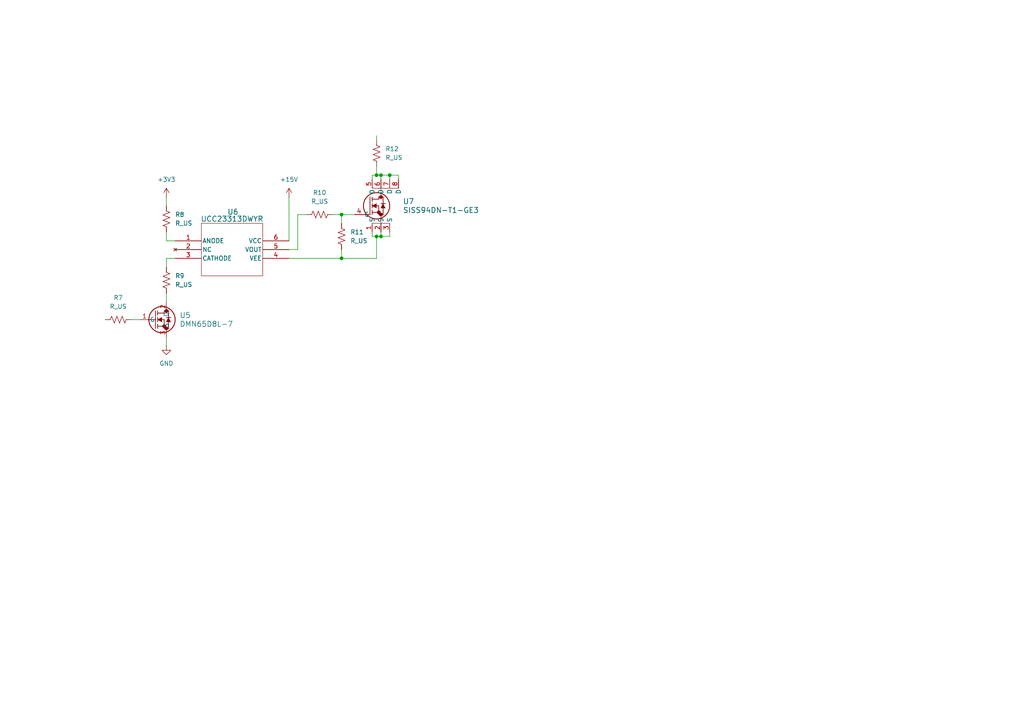
<source format=kicad_sch>
(kicad_sch (version 20231120) (generator "eeschema") (generator_version "8.0")
  (paper "A4")
  (title_block (date "2024-09-17") (rev "0") (company "University of Wisconsin-Platteville"))
  (lib_symbols
    (symbol "Device:R_US" (pin_numbers hide) (pin_names (offset 0))
      (property "Reference" "R" (at 2.54 0 90))
      (property "Value" "R_US" (at -2.54 0 90))
      (symbol "R_US_0_1"
        (polyline (pts (xy 0 -2.286) (xy 0 -2.54)))
        (polyline (pts (xy 0 2.286) (xy 0 2.54)))
        (polyline (pts (xy 0 -0.762) (xy 1.016 -1.143) (xy 0 -1.524) (xy -1.016 -1.905) (xy 0 -2.286)))
        (polyline (pts (xy 0 0.762) (xy 1.016 0.381) (xy 0 0) (xy -1.016 -0.381) (xy 0 -0.762)))
        (polyline (pts (xy 0 2.286) (xy 1.016 1.905) (xy 0 1.524) (xy -1.016 1.143) (xy 0 0.762)))
      )
      (symbol "R_US_1_1"
        (pin passive line (at 0 3.81 270) (length 1.27) (name "~") (number "1"))
        (pin passive line (at 0 -3.81 90) (length 1.27) (name "~") (number "2"))
      )
    )
    (symbol "Gate Driver:UCC23313DWYR" (pin_names (offset 0.254))
      (property "Reference" "U3" (at 16.764 8.382 0))
      (property "Value" "UCC23313DWYR" (at 16.51 6.35 0))
      (symbol "UCC23313DWYR_0_1"
        (polyline (pts (xy 7.62 -10.16) (xy 25.4 -10.16)) (stroke (width 0.127)))
        (polyline (pts (xy 7.62 5.08) (xy 7.62 -10.16)) (stroke (width 0.127)))
        (polyline (pts (xy 25.4 -10.16) (xy 25.4 5.08)) (stroke (width 0.127)))
        (polyline (pts (xy 25.4 5.08) (xy 7.62 5.08)) (stroke (width 0.127)))
        (pin input line (at 0 0 0) (length 7.62) (name "ANODE") (number "1"))
        (pin no_connect line (at 0 -2.54 0) (length 7.62) (name "NC") (number "2"))
        (pin input line (at 0 -5.08 0) (length 7.62) (name "CATHODE") (number "3"))
        (pin power_in line (at 33.02 -5.08 180) (length 7.62) (name "VEE") (number "4"))
        (pin power_in line (at 33.02 -2.54 180) (length 7.62) (name "VOUT") (number "5"))
        (pin power_in line (at 33.02 0 180) (length 7.62) (name "VCC") (number "6"))
      )
    )
    (symbol "Mosfet:SISS94DN-T1-GE3" (pin_names (offset 0.254))
      (property "Reference" "U" (at 11.43 4.445 0))
      (property "Value" "SISS94DN-T1-GE3" (at 11.43 0 0))
      (symbol "SISS94DN-T1-GE3_0_1"
        (polyline (pts (xy 2.54 0) (xy 4.445 0)) (stroke (width 0.2032)))
        (polyline (pts (xy 4.445 0) (xy 4.445 5.08)) (stroke (width 0.2032)))
        (polyline (pts (xy 5.08 -2.54) (xy 10.16 -2.54)) (stroke (width 0.127)))
        (polyline (pts (xy 5.08 0) (xy 5.08 1.27)) (stroke (width 0.2032)))
        (polyline (pts (xy 5.08 0.635) (xy 6.985 0.635)) (stroke (width 0.2032)))
        (polyline (pts (xy 5.08 1.905) (xy 5.08 3.175)) (stroke (width 0.2032)))
        (polyline (pts (xy 5.08 3.81) (xy 5.08 5.08)) (stroke (width 0.2032)))
        (polyline (pts (xy 5.08 4.445) (xy 6.985 4.445)) (stroke (width 0.2032)))
        (polyline (pts (xy 5.08 7.62) (xy 12.7 7.62)) (stroke (width 0.127)))
        (polyline (pts (xy 6.35 2.54) (xy 6.985 2.54)) (stroke (width 0.2032)))
        (polyline (pts (xy 6.985 0) (xy 6.985 2.54)) (stroke (width 0.2032)))
        (polyline (pts (xy 6.985 0) (xy 8.255 0)) (stroke (width 0.2032)))
        (polyline (pts (xy 6.985 4.445) (xy 6.985 5.08)) (stroke (width 0.2032)))
        (polyline (pts (xy 6.985 5.08) (xy 8.255 5.08)) (stroke (width 0.2032)))
        (polyline (pts (xy 7.62 -2.54) (xy 7.6454 0)) (stroke (width 0.127)))
        (polyline (pts (xy 7.62 7.62) (xy 7.62 5.08)) (stroke (width 0.127)))
        (polyline (pts (xy 8.255 0) (xy 8.255 1.905)) (stroke (width 0.2032)))
        (polyline (pts (xy 8.255 3.175) (xy 8.255 5.08)) (stroke (width 0.2032)))
        (polyline (pts (xy 8.89 3.175) (xy 7.62 3.175)) (stroke (width 0.2032)))
        (polyline (pts (xy 6.35 3.175) (xy 5.08 2.54) (xy 6.35 1.905)) (fill (type outline)))
        (polyline (pts (xy 8.89 1.905) (xy 7.62 1.905) (xy 8.255 3.175)) (fill (type outline)))
        (circle (center 6.35 2.54) (radius 3.81) (stroke (width 0.254)))
        (circle (center 6.985 0.635) (radius 0.0254) (stroke (width 0.508)))
        (circle (center 7.62 0) (radius 0.0254) (stroke (width 0.508)))
        (circle (center 7.62 5.08) (radius 0.0254) (stroke (width 0.508)))
        (pin unspecified line (at 5.08 -5.08 90) (length 2.54) (name "S") (number "1"))
        (pin unspecified line (at 7.62 -5.08 90) (length 2.54) (name "S") (number "2"))
        (pin unspecified line (at 10.16 -5.08 90) (length 2.54) (name "S") (number "3"))
        (pin unspecified line (at 0 0 0) (length 2.54) (name "G") (number "4"))
        (pin unspecified line (at 5.08 10.16 270) (length 2.54) (name "D") (number "5"))
        (pin unspecified line (at 7.62 10.16 270) (length 2.54) (name "D") (number "6"))
        (pin unspecified line (at 10.16 10.16 270) (length 2.54) (name "D") (number "7"))
        (pin unspecified line (at 12.7 10.16 270) (length 2.54) (name "D") (number "8"))
      )
    )
    (symbol "Small Mosfet:DMN65D8L-7" (pin_names (offset 0.254))
      (property "Reference" "U" (at 11.43 1.905 0))
      (property "Value" "DMN65D8L-7" (at 11.43 -2.54 0))
      (symbol "DMN65D8L-7_0_1"
        (polyline (pts (xy 2.54 0) (xy 4.445 0)) (stroke (width 0.2032)))
        (polyline (pts (xy 4.445 -2.54) (xy 4.445 2.54)) (stroke (width 0.2032)))
        (polyline (pts (xy 5.08 -2.54) (xy 5.08 -1.27)) (stroke (width 0.2032)))
        (polyline (pts (xy 5.08 -1.905) (xy 6.985 -1.905)) (stroke (width 0.2032)))
        (polyline (pts (xy 5.08 -0.635) (xy 5.08 0.635)) (stroke (width 0.2032)))
        (polyline (pts (xy 5.08 1.27) (xy 5.08 2.54)) (stroke (width 0.2032)))
        (polyline (pts (xy 5.08 1.905) (xy 6.985 1.905)) (stroke (width 0.2032)))
        (polyline (pts (xy 6.35 0) (xy 6.985 0)) (stroke (width 0.2032)))
        (polyline (pts (xy 6.985 -2.54) (xy 6.985 0)) (stroke (width 0.2032)))
        (polyline (pts (xy 6.985 -2.54) (xy 8.255 -2.54)) (stroke (width 0.2032)))
        (polyline (pts (xy 6.985 1.905) (xy 6.985 2.54)) (stroke (width 0.2032)))
        (polyline (pts (xy 6.985 2.54) (xy 8.255 2.54)) (stroke (width 0.2032)))
        (polyline (pts (xy 8.255 -2.54) (xy 8.255 -0.635)) (stroke (width 0.2032)))
        (polyline (pts (xy 8.255 0.635) (xy 8.255 2.54)) (stroke (width 0.2032)))
        (polyline (pts (xy 8.89 0.635) (xy 7.62 0.635)) (stroke (width 0.2032)))
        (polyline (pts (xy 6.35 0.635) (xy 5.08 0) (xy 6.35 -0.635)) (fill (type outline)))
        (polyline (pts (xy 8.89 -0.635) (xy 7.62 -0.635) (xy 8.255 0.635)) (fill (type outline)))
        (circle (center 6.35 0) (radius 3.81) (stroke (width 0.254)))
        (circle (center 6.985 -1.905) (radius 0.0254) (stroke (width 0.508)))
        (circle (center 7.62 -2.54) (radius 0.0254) (stroke (width 0.508)))
        (circle (center 7.62 2.54) (radius 0.0254) (stroke (width 0.508)))
        (pin power_out line (at 0 0 0) (length 2.54) (name "G") (number "1"))
        (pin unspecified line (at 7.62 5.08 270) (length 2.54) (name "D") (number "2"))
        (pin power_in line (at 7.62 -5.08 90) (length 2.54) (name "S") (number "3"))
      )
    )
    (symbol "power:+15V" (power) (pin_numbers hide) (pin_names (offset 0) hide)
      (property "Value" "+15V" (at 0 3.556 0))
      (symbol "+15V_0_1"
        (polyline (pts (xy -0.762 1.27) (xy 0 2.54)))
        (polyline (pts (xy 0 0) (xy 0 2.54)))
        (polyline (pts (xy 0 2.54) (xy 0.762 1.27)))
      )
      (symbol "+15V_1_1"
        (pin power_in line (at 0 0 90) (length 0) (name "~") (number "1"))
      )
    )
    (symbol "power:+3V3" (power) (pin_numbers hide) (pin_names (offset 0) hide)
      (property "Value" "+3V3" (at 0 3.556 0))
      (symbol "+3V3_0_1"
        (polyline (pts (xy -0.762 1.27) (xy 0 2.54)))
        (polyline (pts (xy 0 0) (xy 0 2.54)))
        (polyline (pts (xy 0 2.54) (xy 0.762 1.27)))
      )
      (symbol "+3V3_1_1"
        (pin power_in line (at 0 0 90) (length 0) (name "~") (number "1"))
      )
    )
    (symbol "power:GND" (power) (pin_numbers hide) (pin_names (offset 0) hide)
      (property "Value" "GND" (at 0 -3.81 0))
      (symbol "GND_0_1"
        (polyline (pts (xy 0 0) (xy 0 -1.27) (xy 1.27 -1.27) (xy 0 -2.54) (xy -1.27 -1.27) (xy 0 -1.27)))
      )
      (symbol "GND_1_1"
        (pin power_in line (at 0 0 270) (length 0) (name "~") (number "1"))
      )
    )
  )
  (junction (at 113.03 50.8))
  (junction (at 110.49 68.58))
  (junction (at 99.06 62.23))
  (junction (at 109.22 50.8))
  (junction (at 99.06 74.93))
  (junction (at 109.22 68.58))
  (junction (at 110.49 50.8))
  (wire (pts (xy 99.06 62.23) (xy 99.06 64.77)))
  (wire (pts (xy 86.36 72.39) (xy 83.82 72.39)))
  (wire (pts (xy 113.03 68.58) (xy 110.49 68.58)))
  (wire (pts (xy 107.95 67.31) (xy 107.95 68.58)))
  (wire (pts (xy 109.22 48.26) (xy 109.22 50.8)))
  (wire (pts (xy 86.36 62.23) (xy 86.36 72.39)))
  (wire (pts (xy 110.49 50.8) (xy 113.03 50.8)))
  (wire (pts (xy 48.26 97.79) (xy 48.26 100.33)))
  (wire (pts (xy 109.22 39.37) (xy 109.22 40.64)))
  (wire (pts (xy 107.95 50.8) (xy 109.22 50.8)))
  (wire (pts (xy 115.57 50.8) (xy 113.03 50.8)))
  (wire (pts (xy 48.26 57.15) (xy 48.26 59.69)))
  (wire (pts (xy 50.8 74.93) (xy 48.26 74.93)))
  (wire (pts (xy 48.26 74.93) (xy 48.26 77.47)))
  (wire (pts (xy 107.95 52.07) (xy 107.95 50.8)))
  (wire (pts (xy 48.26 85.09) (xy 48.26 87.63)))
  (wire (pts (xy 83.82 57.15) (xy 83.82 69.85)))
  (wire (pts (xy 110.49 68.58) (xy 109.22 68.58)))
  (wire (pts (xy 107.95 68.58) (xy 109.22 68.58)))
  (wire (pts (xy 109.22 50.8) (xy 110.49 50.8)))
  (wire (pts (xy 99.06 74.93) (xy 109.22 74.93)))
  (wire (pts (xy 113.03 67.31) (xy 113.03 68.58)))
  (wire (pts (xy 86.36 62.23) (xy 88.9 62.23)))
  (wire (pts (xy 48.26 69.85) (xy 50.8 69.85)))
  (wire (pts (xy 38.1 92.71) (xy 40.64 92.71)))
  (wire (pts (xy 99.06 72.39) (xy 99.06 74.93)))
  (wire (pts (xy 113.03 50.8) (xy 113.03 52.07)))
  (wire (pts (xy 96.52 62.23) (xy 99.06 62.23)))
  (wire (pts (xy 109.22 68.58) (xy 109.22 74.93)))
  (wire (pts (xy 83.82 74.93) (xy 99.06 74.93)))
  (wire (pts (xy 48.26 67.31) (xy 48.26 69.85)))
  (wire (pts (xy 110.49 68.58) (xy 110.49 67.31)))
  (wire (pts (xy 99.06 62.23) (xy 102.87 62.23)))
  (wire (pts (xy 110.49 50.8) (xy 110.49 52.07)))
  (wire (pts (xy 115.57 50.8) (xy 115.57 52.07)))
  (symbol (lib_id "Small Mosfet:DMN65D8L-7") (at 40.64 92.71 0) (unit 1)
    (property "Reference" "U5" (at 52.07 91.4399 0) (effects (font (size 1.524 1.524)) (justify left)))
    (property "Value" "DMN65D8L-7" (at 52.07 93.9799 0) (effects (font (size 1.524 1.524)) (justify left)))
    (property "Footprint" "Small Mosfet:SOT-23_2P9X1P3_DIO" (effects (hide yes)))
    (property "Datasheet" "DMN65D8L-7" (effects (hide yes)))
  )
  (symbol (lib_id "Device:R_US") (at 92.71 62.23 90) (unit 1)
    (property "Reference" "R10" (at 92.71 55.88 90))
    (property "Value" "R_US" (at 92.71 58.42 90))
    (property "Footprint" "Resistor_SMD:R_2512_6332Metric_Pad1.40x3.35mm_HandSolder" (effects (hide yes)))
    (property "Description" "Resistor, US symbol" (effects (hide yes)))
  )
  (symbol (lib_id "power:+15V") (at 83.82 57.15 0) (unit 1)
    (property "Reference" "#PWR06" (effects (hide yes)))
    (property "Value" "+15V" (at 83.82 52.07 0))
    (property "Description" "Power symbol creates a global label with name \"+15V\"" (effects (hide yes)))
  )
  (symbol (lib_id "Device:R_US") (at 109.22 44.45 0) (unit 1)
    (property "Reference" "R12" (at 111.76 43.1799 0) (effects (justify left)))
    (property "Value" "R_US" (at 111.76 45.7199 0) (effects (justify left)))
    (property "Footprint" "Resistor_SMD:R_2512_6332Metric_Pad1.40x3.35mm_HandSolder" (effects (hide yes)))
    (property "Description" "Resistor, US symbol" (effects (hide yes)))
  )
  (symbol (lib_id "Device:R_US") (at 99.06 68.58 180) (unit 1)
    (property "Reference" "R11" (at 101.6 67.3099 0) (effects (justify right)))
    (property "Value" "R_US" (at 101.6 69.8499 0) (effects (justify right)))
    (property "Footprint" "Resistor_SMD:R_2512_6332Metric_Pad1.40x3.35mm_HandSolder" (effects (hide yes)))
    (property "Description" "Resistor, US symbol" (effects (hide yes)))
  )
  (symbol (lib_id "Device:R_US") (at 48.26 81.28 0) (unit 1)
    (property "Reference" "R9" (at 50.8 80.0099 0) (effects (justify left)))
    (property "Value" "R_US" (at 50.8 82.5499 0) (effects (justify left)))
    (property "Footprint" "Resistor_SMD:R_2512_6332Metric_Pad1.40x3.35mm_HandSolder" (effects (hide yes)))
    (property "Description" "Resistor, US symbol" (effects (hide yes)))
  )
  (symbol (lib_id "power:GND") (at 48.26 100.33 0) (unit 1)
    (property "Reference" "#PWR05" (effects (hide yes)))
    (property "Value" "GND" (at 48.26 105.41 0))
    (property "Description" "Power symbol creates a global label with name \"GND\" , ground" (effects (hide yes)))
  )
  (symbol (lib_id "Device:R_US") (at 34.29 92.71 90) (unit 1)
    (property "Reference" "R7" (at 34.29 86.36 90))
    (property "Value" "R_US" (at 34.29 88.9 90))
    (property "Footprint" "Resistor_SMD:R_2512_6332Metric_Pad1.40x3.35mm_HandSolder" (effects (hide yes)))
    (property "Description" "Resistor, US symbol" (effects (hide yes)))
  )
  (symbol (lib_id "Device:R_US") (at 48.26 63.5 0) (unit 1)
    (property "Reference" "R8" (at 50.8 62.2299 0) (effects (justify left)))
    (property "Value" "R_US" (at 50.8 64.7699 0) (effects (justify left)))
    (property "Footprint" "Resistor_SMD:R_2512_6332Metric_Pad1.40x3.35mm_HandSolder" (effects (hide yes)))
    (property "Description" "Resistor, US symbol" (effects (hide yes)))
  )
  (symbol (lib_id "power:+3V3") (at 48.26 57.15 0) (unit 1)
    (property "Reference" "#PWR04" (effects (hide yes)))
    (property "Value" "+3V3" (at 48.26 52.07 0))
    (property "Description" "Power symbol creates a global label with name \"+3V3\"" (effects (hide yes)))
  )
  (symbol (lib_id "Mosfet:SISS94DN-T1-GE3") (at 102.87 62.23 0) (unit 1)
    (property "Reference" "U7" (at 116.84 58.4199 0) (effects (font (size 1.524 1.524)) (justify left)))
    (property "Value" "SISS94DN-T1-GE3" (at 116.84 60.9599 0) (effects (font (size 1.524 1.524)) (justify left)))
    (property "Footprint" "Big Mosfet:MOSFET_3DN-T1-GE3_VIS" (effects (hide yes)))
    (property "Datasheet" "SISS94DN-T1-GE3" (effects (hide yes)))
  )
  (symbol (lib_id "Gate Driver:UCC23313DWYR") (at 50.8 69.85 0) (unit 1)
    (property "Reference" "U6" (at 67.564 61.468 0) (effects (font (size 1.524 1.524))))
    (property "Value" "UCC23313DWYR" (at 67.31 63.5 0) (effects (font (size 1.524 1.524))))
    (property "Footprint" "Gate Driver:SOIC6_DWY_TEX" (effects (hide yes)))
    (property "Datasheet" "UCC23313DWYR" (effects (hide yes)))
  )
)
</source>
